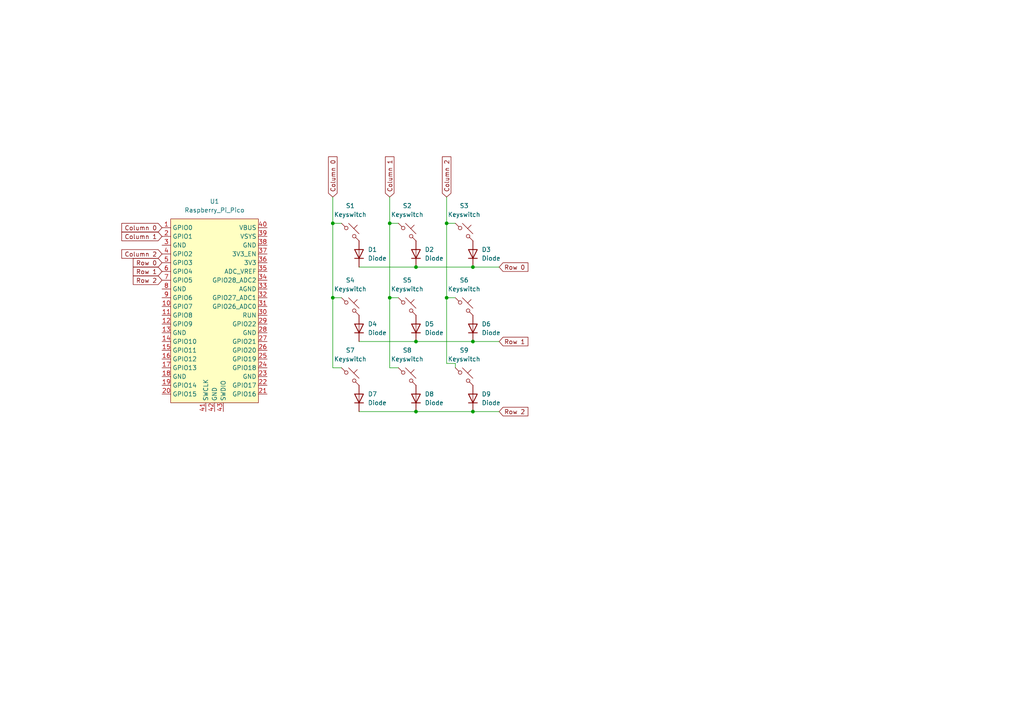
<source format=kicad_sch>
(kicad_sch (version 20250114) (generator "eeschema") (generator_version "9.0")
  (paper "A4")
  (lib_symbols
    (symbol "ScottoKeebs:MCU_Raspberry_Pi_Pico"
      (property "Reference" "U" (at 0 0 0))
      (property "Value" "Raspberry_Pi_Pico" (at 0 27.94 0))
      (symbol "MCU_Raspberry_Pi_Pico_0_1"
        (rectangle (start -12.7 26.67) (end 12.7 -26.67) (fill (type background)))
      )
      (symbol "MCU_Raspberry_Pi_Pico_1_1"
        (pin bidirectional line (at -15.24 24.13 0) (length 2.54) (name "GPIO0") (number "1"))
        (pin bidirectional line (at -15.24 21.59 0) (length 2.54) (name "GPIO1") (number "2"))
        (pin power_in line (at -15.24 19.05 0) (length 2.54) (name "GND") (number "3"))
        (pin bidirectional line (at -15.24 16.51 0) (length 2.54) (name "GPIO2") (number "4"))
        (pin bidirectional line (at -15.24 13.97 0) (length 2.54) (name "GPIO3") (number "5"))
        (pin bidirectional line (at -15.24 11.43 0) (length 2.54) (name "GPIO4") (number "6"))
        (pin bidirectional line (at -15.24 8.89 0) (length 2.54) (name "GPIO5") (number "7"))
        (pin power_in line (at -15.24 6.35 0) (length 2.54) (name "GND") (number "8"))
        (pin bidirectional line (at -15.24 3.81 0) (length 2.54) (name "GPIO6") (number "9"))
        (pin bidirectional line (at -15.24 1.27 0) (length 2.54) (name "GPIO7") (number "10"))
        (pin bidirectional line (at -15.24 -1.27 0) (length 2.54) (name "GPIO8") (number "11"))
        (pin bidirectional line (at -15.24 -3.81 0) (length 2.54) (name "GPIO9") (number "12"))
        (pin power_in line (at -15.24 -6.35 0) (length 2.54) (name "GND") (number "13"))
        (pin bidirectional line (at -15.24 -8.89 0) (length 2.54) (name "GPIO10") (number "14"))
        (pin bidirectional line (at -15.24 -11.43 0) (length 2.54) (name "GPIO11") (number "15"))
        (pin bidirectional line (at -15.24 -13.97 0) (length 2.54) (name "GPIO12") (number "16"))
        (pin bidirectional line (at -15.24 -16.51 0) (length 2.54) (name "GPIO13") (number "17"))
        (pin power_in line (at -15.24 -19.05 0) (length 2.54) (name "GND") (number "18"))
        (pin bidirectional line (at -15.24 -21.59 0) (length 2.54) (name "GPIO14") (number "19"))
        (pin bidirectional line (at -15.24 -24.13 0) (length 2.54) (name "GPIO15") (number "20"))
        (pin input line (at -2.54 -29.21 90) (length 2.54) (name "SWCLK") (number "41"))
        (pin power_in line (at 0 -29.21 90) (length 2.54) (name "GND") (number "42"))
        (pin bidirectional line (at 2.54 -29.21 90) (length 2.54) (name "SWDIO") (number "43"))
        (pin power_in line (at 15.24 24.13 180) (length 2.54) (name "VBUS") (number "40"))
        (pin power_in line (at 15.24 21.59 180) (length 2.54) (name "VSYS") (number "39"))
        (pin bidirectional line (at 15.24 19.05 180) (length 2.54) (name "GND") (number "38"))
        (pin input line (at 15.24 16.51 180) (length 2.54) (name "3V3_EN") (number "37"))
        (pin power_in line (at 15.24 13.97 180) (length 2.54) (name "3V3") (number "36"))
        (pin power_in line (at 15.24 11.43 180) (length 2.54) (name "ADC_VREF") (number "35"))
        (pin bidirectional line (at 15.24 8.89 180) (length 2.54) (name "GPIO28_ADC2") (number "34"))
        (pin power_in line (at 15.24 6.35 180) (length 2.54) (name "AGND") (number "33"))
        (pin bidirectional line (at 15.24 3.81 180) (length 2.54) (name "GPIO27_ADC1") (number "32"))
        (pin bidirectional line (at 15.24 1.27 180) (length 2.54) (name "GPIO26_ADC0") (number "31"))
        (pin input line (at 15.24 -1.27 180) (length 2.54) (name "RUN") (number "30"))
        (pin bidirectional line (at 15.24 -3.81 180) (length 2.54) (name "GPIO22") (number "29"))
        (pin power_in line (at 15.24 -6.35 180) (length 2.54) (name "GND") (number "28"))
        (pin bidirectional line (at 15.24 -8.89 180) (length 2.54) (name "GPIO21") (number "27"))
        (pin bidirectional line (at 15.24 -11.43 180) (length 2.54) (name "GPIO20") (number "26"))
        (pin bidirectional line (at 15.24 -13.97 180) (length 2.54) (name "GPIO19") (number "25"))
        (pin bidirectional line (at 15.24 -16.51 180) (length 2.54) (name "GPIO18") (number "24"))
        (pin power_in line (at 15.24 -19.05 180) (length 2.54) (name "GND") (number "23"))
        (pin bidirectional line (at 15.24 -21.59 180) (length 2.54) (name "GPIO17") (number "22"))
        (pin bidirectional line (at 15.24 -24.13 180) (length 2.54) (name "GPIO16") (number "21"))
      )
    )
    (symbol "ScottoKeebs:Placeholder_Diode" (pin_numbers (hide yes)) (pin_names (hide yes))
      (property "Reference" "D" (at 0 2.54 0))
      (property "Value" "Diode" (at 0 -2.54 0))
      (symbol "Placeholder_Diode_0_1"
        (polyline (pts (xy -1.27 1.27) (xy -1.27 -1.27)) (stroke (width 0.254)))
        (polyline (pts (xy 1.27 1.27) (xy 1.27 -1.27) (xy -1.27 0) (xy 1.27 1.27)) (stroke (width 0.254)))
        (polyline (pts (xy 1.27 0) (xy -1.27 0)))
      )
      (symbol "Placeholder_Diode_1_1"
        (pin passive line (at -3.81 0 0) (length 2.54) (name "K") (number "1"))
        (pin passive line (at 3.81 0 180) (length 2.54) (name "A") (number "2"))
      )
    )
    (symbol "ScottoKeebs:Placeholder_Keyswitch" (pin_numbers (hide yes)) (pin_names (offset 1.016) (hide yes))
      (property "Reference" "S" (at 3.048 1.016 0))
      (property "Value" "Keyswitch" (at 0 -3.81 0))
      (symbol "Placeholder_Keyswitch_0_1"
        (polyline (pts (xy -2.54 2.54) (xy -1.524 1.524) (xy -1.524 1.524)))
        (circle (center -1.1684 1.1684) (radius 0.508))
        (polyline (pts (xy -0.508 2.54) (xy 2.54 -0.508)))
        (polyline (pts (xy 1.016 1.016) (xy 2.032 2.032)))
        (circle (center 1.143 -1.1938) (radius 0.508))
        (polyline (pts (xy 1.524 -1.524) (xy 2.54 -2.54) (xy 2.54 -2.54) (xy 2.54 -2.54)))
        (pin passive line (at -2.54 2.54 0) (length 0) (name "1") (number "1"))
        (pin passive line (at 2.54 -2.54 180) (length 0) (name "2") (number "2"))
      )
    )
  )
  (junction (at 120.65 77.47))
  (junction (at 120.65 119.38))
  (junction (at 129.54 64.77))
  (junction (at 96.52 86.36))
  (junction (at 113.03 86.36))
  (junction (at 129.54 86.36))
  (junction (at 137.16 77.47))
  (junction (at 96.52 64.77))
  (junction (at 113.03 64.77))
  (junction (at 120.65 99.06))
  (junction (at 137.16 119.38))
  (junction (at 137.16 99.06))
  (wire (pts (xy 132.08 105.41) (xy 132.08 106.68)))
  (wire (pts (xy 104.14 99.06) (xy 120.65 99.06)))
  (wire (pts (xy 104.14 119.38) (xy 120.65 119.38)))
  (wire (pts (xy 137.16 119.38) (xy 144.78 119.38)))
  (wire (pts (xy 132.08 64.77) (xy 129.54 64.77)))
  (wire (pts (xy 96.52 64.77) (xy 99.06 64.77)))
  (wire (pts (xy 96.52 86.36) (xy 96.52 106.68)))
  (wire (pts (xy 129.54 105.41) (xy 129.54 86.36)))
  (wire (pts (xy 129.54 64.77) (xy 129.54 86.36)))
  (wire (pts (xy 96.52 57.15) (xy 96.52 64.77)))
  (wire (pts (xy 113.03 86.36) (xy 115.57 86.36)))
  (wire (pts (xy 120.65 77.47) (xy 137.16 77.47)))
  (wire (pts (xy 113.03 64.77) (xy 113.03 86.36)))
  (wire (pts (xy 120.65 119.38) (xy 137.16 119.38)))
  (wire (pts (xy 96.52 106.68) (xy 99.06 106.68)))
  (wire (pts (xy 113.03 86.36) (xy 113.03 106.68)))
  (wire (pts (xy 132.08 105.41) (xy 129.54 105.41)))
  (wire (pts (xy 129.54 57.15) (xy 129.54 64.77)))
  (wire (pts (xy 137.16 77.47) (xy 144.78 77.47)))
  (wire (pts (xy 113.03 57.15) (xy 113.03 64.77)))
  (wire (pts (xy 113.03 106.68) (xy 115.57 106.68)))
  (wire (pts (xy 120.65 99.06) (xy 137.16 99.06)))
  (wire (pts (xy 96.52 86.36) (xy 99.06 86.36)))
  (wire (pts (xy 113.03 64.77) (xy 115.57 64.77)))
  (wire (pts (xy 96.52 64.77) (xy 96.52 86.36)))
  (wire (pts (xy 132.08 86.36) (xy 129.54 86.36)))
  (wire (pts (xy 104.14 77.47) (xy 120.65 77.47)))
  (wire (pts (xy 137.16 99.06) (xy 144.78 99.06)))
  (global_label "Column 1" (shape input) (at 46.99 68.58 180) (property "Intersheetrefs" "${INTERSHEET_REFS}" (effects (hide yes))))
  (global_label "Row 1" (shape input) (at 46.99 78.74 180) (property "Intersheetrefs" "${INTERSHEET_REFS}" (effects (hide yes))))
  (global_label "Column 1" (shape input) (at 113.03 57.15 90) (property "Intersheetrefs" "${INTERSHEET_REFS}" (effects (hide yes))))
  (global_label "Column 2" (shape input) (at 129.54 57.15 90) (property "Intersheetrefs" "${INTERSHEET_REFS}" (effects (hide yes))))
  (global_label "Column 2" (shape input) (at 46.99 73.66 180) (property "Intersheetrefs" "${INTERSHEET_REFS}" (effects (hide yes))))
  (global_label "Row 1" (shape input) (at 144.78 99.06 0) (property "Intersheetrefs" "${INTERSHEET_REFS}" (effects (hide yes))))
  (global_label "Column 0" (shape input) (at 96.52 57.15 90) (property "Intersheetrefs" "${INTERSHEET_REFS}" (effects (hide yes))))
  (global_label "Row 0" (shape input) (at 46.99 76.2 180) (property "Intersheetrefs" "${INTERSHEET_REFS}" (effects (hide yes))))
  (global_label "Row 0" (shape input) (at 144.78 77.47 0) (property "Intersheetrefs" "${INTERSHEET_REFS}" (effects (hide yes))))
  (global_label "Row 2" (shape input) (at 46.99 81.28 180) (property "Intersheetrefs" "${INTERSHEET_REFS}" (effects (hide yes))))
  (global_label "Row 2" (shape input) (at 144.78 119.38 0) (property "Intersheetrefs" "${INTERSHEET_REFS}" (effects (hide yes))))
  (global_label "Column 0" (shape input) (at 46.99 66.04 180) (property "Intersheetrefs" "${INTERSHEET_REFS}" (effects (hide yes))))
  (symbol (lib_id "ScottoKeebs:Placeholder_Keyswitch") (at 101.6 109.22 0) (unit 1)
    (property "Reference" "S7" (at 101.6 101.6 0))
    (property "Value" "Keyswitch" (at 101.6 104.14 0))
    (property "Footprint" "Cherry_ULP:Cherry_ULP_SMD" (effects (hide yes)))
    (property "Description" "Push button switch, normally open, two pins, 45° tilted" (effects (hide yes)))
  )
  (symbol (lib_id "ScottoKeebs:Placeholder_Keyswitch") (at 118.11 67.31 0) (unit 1)
    (property "Reference" "S2" (at 118.11 59.69 0))
    (property "Value" "Keyswitch" (at 118.11 62.23 0))
    (property "Footprint" "Cherry_ULP:Cherry_ULP_SMD" (effects (hide yes)))
    (property "Description" "Push button switch, normally open, two pins, 45° tilted" (effects (hide yes)))
  )
  (symbol (lib_id "ScottoKeebs:Placeholder_Diode") (at 137.16 73.66 90) (unit 1)
    (property "Reference" "D3" (at 139.7 72.3899 90) (effects (justify right)))
    (property "Value" "Diode" (at 139.7 74.9299 90) (effects (justify right)))
    (property "Footprint" "Diode_SMD:D_SOD-523" (effects (hide yes)))
    (property "Description" "1N4148 (DO-35) or 1N4148W (SOD-123)" (effects (hide yes)))
    (property "Sim.Device" "D" (effects (hide yes)))
    (property "Sim.Pins" "1=K 2=A" (effects (hide yes)))
  )
  (symbol (lib_id "ScottoKeebs:Placeholder_Diode") (at 104.14 115.57 90) (unit 1)
    (property "Reference" "D7" (at 106.68 114.2999 90) (effects (justify right)))
    (property "Value" "Diode" (at 106.68 116.8399 90) (effects (justify right)))
    (property "Footprint" "Diode_SMD:D_SOD-523" (effects (hide yes)))
    (property "Description" "1N4148 (DO-35) or 1N4148W (SOD-123)" (effects (hide yes)))
    (property "Sim.Device" "D" (effects (hide yes)))
    (property "Sim.Pins" "1=K 2=A" (effects (hide yes)))
  )
  (symbol (lib_id "ScottoKeebs:Placeholder_Diode") (at 104.14 95.25 90) (unit 1)
    (property "Reference" "D4" (at 106.68 93.9799 90) (effects (justify right)))
    (property "Value" "Diode" (at 106.68 96.5199 90) (effects (justify right)))
    (property "Footprint" "Diode_SMD:D_SOD-523" (effects (hide yes)))
    (property "Description" "1N4148 (DO-35) or 1N4148W (SOD-123)" (effects (hide yes)))
    (property "Sim.Device" "D" (effects (hide yes)))
    (property "Sim.Pins" "1=K 2=A" (effects (hide yes)))
  )
  (symbol (lib_id "ScottoKeebs:Placeholder_Keyswitch") (at 118.11 88.9 0) (unit 1)
    (property "Reference" "S5" (at 118.11 81.28 0))
    (property "Value" "Keyswitch" (at 118.11 83.82 0))
    (property "Footprint" "Cherry_ULP:Cherry_ULP_SMD" (effects (hide yes)))
    (property "Description" "Push button switch, normally open, two pins, 45° tilted" (effects (hide yes)))
  )
  (symbol (lib_id "ScottoKeebs:Placeholder_Keyswitch") (at 101.6 67.31 0) (unit 1)
    (property "Reference" "S1" (at 101.6 59.69 0))
    (property "Value" "Keyswitch" (at 101.6 62.23 0))
    (property "Footprint" "Cherry_ULP:Cherry_ULP_SMD" (effects (hide yes)))
    (property "Description" "Push button switch, normally open, two pins, 45° tilted" (effects (hide yes)))
  )
  (symbol (lib_id "ScottoKeebs:Placeholder_Diode") (at 137.16 95.25 90) (unit 1)
    (property "Reference" "D6" (at 139.7 93.9799 90) (effects (justify right)))
    (property "Value" "Diode" (at 139.7 96.5199 90) (effects (justify right)))
    (property "Footprint" "Diode_SMD:D_SOD-523" (effects (hide yes)))
    (property "Description" "1N4148 (DO-35) or 1N4148W (SOD-123)" (effects (hide yes)))
    (property "Sim.Device" "D" (effects (hide yes)))
    (property "Sim.Pins" "1=K 2=A" (effects (hide yes)))
  )
  (symbol (lib_id "ScottoKeebs:Placeholder_Diode") (at 120.65 95.25 90) (unit 1)
    (property "Reference" "D5" (at 123.19 93.9799 90) (effects (justify right)))
    (property "Value" "Diode" (at 123.19 96.5199 90) (effects (justify right)))
    (property "Footprint" "Diode_SMD:D_SOD-523" (effects (hide yes)))
    (property "Description" "1N4148 (DO-35) or 1N4148W (SOD-123)" (effects (hide yes)))
    (property "Sim.Device" "D" (effects (hide yes)))
    (property "Sim.Pins" "1=K 2=A" (effects (hide yes)))
  )
  (symbol (lib_id "ScottoKeebs:Placeholder_Keyswitch") (at 118.11 109.22 0) (unit 1)
    (property "Reference" "S8" (at 118.11 101.6 0))
    (property "Value" "Keyswitch" (at 118.11 104.14 0))
    (property "Footprint" "Cherry_ULP:Cherry_ULP_SMD" (effects (hide yes)))
    (property "Description" "Push button switch, normally open, two pins, 45° tilted" (effects (hide yes)))
  )
  (symbol (lib_id "ScottoKeebs:MCU_Raspberry_Pi_Pico") (at 62.23 90.17 0) (unit 1)
    (property "Reference" "U1" (at 62.23 58.42 0))
    (property "Value" "Raspberry_Pi_Pico" (at 62.23 60.96 0))
    (property "Footprint" "ScottoKeebs_MCU:Raspberry_Pi_Pico" (effects (hide yes)))
  )
  (symbol (lib_id "ScottoKeebs:Placeholder_Diode") (at 137.16 115.57 90) (unit 1)
    (property "Reference" "D9" (at 139.7 114.2999 90) (effects (justify right)))
    (property "Value" "Diode" (at 139.7 116.8399 90) (effects (justify right)))
    (property "Footprint" "Diode_SMD:D_SOD-523" (effects (hide yes)))
    (property "Description" "1N4148 (DO-35) or 1N4148W (SOD-123)" (effects (hide yes)))
    (property "Sim.Device" "D" (effects (hide yes)))
    (property "Sim.Pins" "1=K 2=A" (effects (hide yes)))
  )
  (symbol (lib_id "ScottoKeebs:Placeholder_Keyswitch") (at 134.62 67.31 0) (unit 1)
    (property "Reference" "S3" (at 134.62 59.69 0))
    (property "Value" "Keyswitch" (at 134.62 62.23 0))
    (property "Footprint" "Cherry_ULP:Cherry_ULP_SMD" (effects (hide yes)))
    (property "Description" "Push button switch, normally open, two pins, 45° tilted" (effects (hide yes)))
  )
  (symbol (lib_id "ScottoKeebs:Placeholder_Keyswitch") (at 134.62 109.22 0) (unit 1)
    (property "Reference" "S9" (at 134.62 101.6 0))
    (property "Value" "Keyswitch" (at 134.62 104.14 0))
    (property "Footprint" "Cherry_ULP:Cherry_ULP_SMD" (effects (hide yes)))
    (property "Description" "Push button switch, normally open, two pins, 45° tilted" (effects (hide yes)))
  )
  (symbol (lib_id "ScottoKeebs:Placeholder_Keyswitch") (at 101.6 88.9 0) (unit 1)
    (property "Reference" "S4" (at 101.6 81.28 0))
    (property "Value" "Keyswitch" (at 101.6 83.82 0))
    (property "Footprint" "Cherry_ULP:Cherry_ULP_SMD" (effects (hide yes)))
    (property "Description" "Push button switch, normally open, two pins, 45° tilted" (effects (hide yes)))
  )
  (symbol (lib_id "ScottoKeebs:Placeholder_Diode") (at 120.65 115.57 90) (unit 1)
    (property "Reference" "D8" (at 123.19 114.2999 90) (effects (justify right)))
    (property "Value" "Diode" (at 123.19 116.8399 90) (effects (justify right)))
    (property "Footprint" "Diode_SMD:D_SOD-523" (effects (hide yes)))
    (property "Description" "1N4148 (DO-35) or 1N4148W (SOD-123)" (effects (hide yes)))
    (property "Sim.Device" "D" (effects (hide yes)))
    (property "Sim.Pins" "1=K 2=A" (effects (hide yes)))
  )
  (symbol (lib_id "ScottoKeebs:Placeholder_Diode") (at 120.65 73.66 90) (unit 1)
    (property "Reference" "D2" (at 123.19 72.3899 90) (effects (justify right)))
    (property "Value" "Diode" (at 123.19 74.9299 90) (effects (justify right)))
    (property "Footprint" "Diode_SMD:D_SOD-523" (effects (hide yes)))
    (property "Description" "1N4148 (DO-35) or 1N4148W (SOD-123)" (effects (hide yes)))
    (property "Sim.Device" "D" (effects (hide yes)))
    (property "Sim.Pins" "1=K 2=A" (effects (hide yes)))
  )
  (symbol (lib_id "ScottoKeebs:Placeholder_Keyswitch") (at 134.62 88.9 0) (unit 1)
    (property "Reference" "S6" (at 134.62 81.28 0))
    (property "Value" "Keyswitch" (at 134.62 83.82 0))
    (property "Footprint" "Cherry_ULP:Cherry_ULP_SMD" (effects (hide yes)))
    (property "Description" "Push button switch, normally open, two pins, 45° tilted" (effects (hide yes)))
  )
  (symbol (lib_id "ScottoKeebs:Placeholder_Diode") (at 104.14 73.66 90) (unit 1)
    (property "Reference" "D1" (at 106.68 72.3899 90) (effects (justify right)))
    (property "Value" "Diode" (at 106.68 74.9299 90) (effects (justify right)))
    (property "Footprint" "Diode_SMD:D_SOD-523" (effects (hide yes)))
    (property "Description" "1N4148 (DO-35) or 1N4148W (SOD-123)" (effects (hide yes)))
    (property "Sim.Device" "D" (effects (hide yes)))
    (property "Sim.Pins" "1=K 2=A" (effects (hide yes)))
  )
)
</source>
